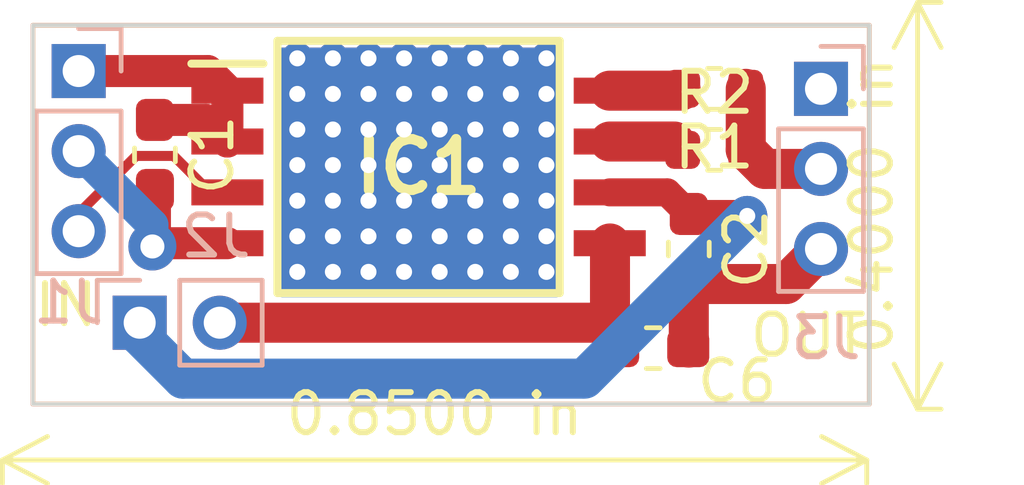
<source format=kicad_pcb>
(kicad_pcb (version 20171130) (host pcbnew "(5.1.6)-1")

  (general
    (thickness 1.6)
    (drawings 16)
    (tracks 102)
    (zones 0)
    (modules 9)
    (nets 11)
  )

  (page A4)
  (layers
    (0 F.Cu signal)
    (31 B.Cu signal)
    (32 B.Adhes user)
    (33 F.Adhes user)
    (34 B.Paste user)
    (35 F.Paste user)
    (36 B.SilkS user)
    (37 F.SilkS user)
    (38 B.Mask user)
    (39 F.Mask user)
    (40 Dwgs.User user)
    (41 Cmts.User user)
    (42 Eco1.User user)
    (43 Eco2.User user)
    (44 Edge.Cuts user)
    (45 Margin user)
    (46 B.CrtYd user)
    (47 F.CrtYd user)
    (48 B.Fab user)
    (49 F.Fab user)
  )

  (setup
    (last_trace_width 0.25)
    (trace_clearance 0.2)
    (zone_clearance 0.508)
    (zone_45_only no)
    (trace_min 0.2)
    (via_size 0.8)
    (via_drill 0.4)
    (via_min_size 0.4)
    (via_min_drill 0.3)
    (uvia_size 0.3)
    (uvia_drill 0.1)
    (uvias_allowed no)
    (uvia_min_size 0.2)
    (uvia_min_drill 0.1)
    (edge_width 0.05)
    (segment_width 0.2)
    (pcb_text_width 0.3)
    (pcb_text_size 1.5 1.5)
    (mod_edge_width 0.12)
    (mod_text_size 1 1)
    (mod_text_width 0.15)
    (pad_size 1.524 1.524)
    (pad_drill 0.762)
    (pad_to_mask_clearance 0.05)
    (aux_axis_origin 0 0)
    (visible_elements 7FFDFFFF)
    (pcbplotparams
      (layerselection 0x010fc_ffffffff)
      (usegerberextensions false)
      (usegerberattributes true)
      (usegerberadvancedattributes true)
      (creategerberjobfile true)
      (excludeedgelayer true)
      (linewidth 0.100000)
      (plotframeref false)
      (viasonmask false)
      (mode 1)
      (useauxorigin false)
      (hpglpennumber 1)
      (hpglpenspeed 20)
      (hpglpendiameter 15.000000)
      (psnegative false)
      (psa4output false)
      (plotreference true)
      (plotvalue true)
      (plotinvisibletext false)
      (padsonsilk false)
      (subtractmaskfromsilk false)
      (outputformat 1)
      (mirror false)
      (drillshape 1)
      (scaleselection 1)
      (outputdirectory ""))
  )

  (net 0 "")
  (net 1 "Net-(C1-Pad2)")
  (net 2 "Net-(C1-Pad1)")
  (net 3 "Net-(C2-Pad2)")
  (net 4 "Net-(C2-Pad1)")
  (net 5 "Net-(IC1-Pad8)")
  (net 6 "Net-(IC1-Pad7)")
  (net 7 "Net-(C6-Pad2)")
  (net 8 "Net-(J3-Pad2)")
  (net 9 "Net-(J3-Pad1)")
  (net 10 "Net-(IC1-Pad3)")

  (net_class Default "This is the default net class."
    (clearance 0.2)
    (trace_width 0.25)
    (via_dia 0.8)
    (via_drill 0.4)
    (uvia_dia 0.3)
    (uvia_drill 0.1)
    (add_net "Net-(C1-Pad1)")
    (add_net "Net-(C1-Pad2)")
    (add_net "Net-(C2-Pad1)")
    (add_net "Net-(C2-Pad2)")
    (add_net "Net-(C6-Pad2)")
    (add_net "Net-(IC1-Pad3)")
    (add_net "Net-(IC1-Pad7)")
    (add_net "Net-(IC1-Pad8)")
    (add_net "Net-(J3-Pad1)")
    (add_net "Net-(J3-Pad2)")
  )

  (module Capacitor_SMD:C_0603_1608Metric_Pad1.05x0.95mm_HandSolder (layer F.Cu) (tedit 5B301BBE) (tstamp 5F563C29)
    (at 176.53 64.77 270)
    (descr "Capacitor SMD 0603 (1608 Metric), square (rectangular) end terminal, IPC_7351 nominal with elongated pad for handsoldering. (Body size source: http://www.tortai-tech.com/upload/download/2011102023233369053.pdf), generated with kicad-footprint-generator")
    (tags "capacitor handsolder")
    (path /5F556DCA)
    (attr smd)
    (fp_text reference C1 (at 0 -1.43 90) (layer F.SilkS)
      (effects (font (size 1 1) (thickness 0.15)))
    )
    (fp_text value 100nF (at 0 1.43 90) (layer F.Fab)
      (effects (font (size 1 1) (thickness 0.15)))
    )
    (fp_line (start -0.8 0.4) (end -0.8 -0.4) (layer F.Fab) (width 0.1))
    (fp_line (start -0.8 -0.4) (end 0.8 -0.4) (layer F.Fab) (width 0.1))
    (fp_line (start 0.8 -0.4) (end 0.8 0.4) (layer F.Fab) (width 0.1))
    (fp_line (start 0.8 0.4) (end -0.8 0.4) (layer F.Fab) (width 0.1))
    (fp_line (start -0.171267 -0.51) (end 0.171267 -0.51) (layer F.SilkS) (width 0.12))
    (fp_line (start -0.171267 0.51) (end 0.171267 0.51) (layer F.SilkS) (width 0.12))
    (fp_line (start -1.65 0.73) (end -1.65 -0.73) (layer F.CrtYd) (width 0.05))
    (fp_line (start -1.65 -0.73) (end 1.65 -0.73) (layer F.CrtYd) (width 0.05))
    (fp_line (start 1.65 -0.73) (end 1.65 0.73) (layer F.CrtYd) (width 0.05))
    (fp_line (start 1.65 0.73) (end -1.65 0.73) (layer F.CrtYd) (width 0.05))
    (fp_text user %R (at 0 0 90) (layer F.Fab)
      (effects (font (size 0.4 0.4) (thickness 0.06)))
    )
    (pad 2 smd roundrect (at 0.875 0 270) (size 1.05 0.95) (layers F.Cu F.Paste F.Mask) (roundrect_rratio 0.25)
      (net 1 "Net-(C1-Pad2)"))
    (pad 1 smd roundrect (at -0.875 0 270) (size 1.05 0.95) (layers F.Cu F.Paste F.Mask) (roundrect_rratio 0.25)
      (net 2 "Net-(C1-Pad1)"))
    (model ${KISYS3DMOD}/Capacitor_SMD.3dshapes/C_0603_1608Metric.wrl
      (at (xyz 0 0 0))
      (scale (xyz 1 1 1))
      (rotate (xyz 0 0 0))
    )
  )

  (module Capacitor_SMD:C_0603_1608Metric_Pad1.05x0.95mm_HandSolder (layer F.Cu) (tedit 5B301BBE) (tstamp 5F563C3A)
    (at 189.865 67.1195 270)
    (descr "Capacitor SMD 0603 (1608 Metric), square (rectangular) end terminal, IPC_7351 nominal with elongated pad for handsoldering. (Body size source: http://www.tortai-tech.com/upload/download/2011102023233369053.pdf), generated with kicad-footprint-generator")
    (tags "capacitor handsolder")
    (path /5F551388)
    (attr smd)
    (fp_text reference C2 (at 0 -1.43 90) (layer F.SilkS)
      (effects (font (size 1 1) (thickness 0.15)))
    )
    (fp_text value 1uF (at 0 1.43 90) (layer F.Fab)
      (effects (font (size 1 1) (thickness 0.15)))
    )
    (fp_line (start 1.65 0.73) (end -1.65 0.73) (layer F.CrtYd) (width 0.05))
    (fp_line (start 1.65 -0.73) (end 1.65 0.73) (layer F.CrtYd) (width 0.05))
    (fp_line (start -1.65 -0.73) (end 1.65 -0.73) (layer F.CrtYd) (width 0.05))
    (fp_line (start -1.65 0.73) (end -1.65 -0.73) (layer F.CrtYd) (width 0.05))
    (fp_line (start -0.171267 0.51) (end 0.171267 0.51) (layer F.SilkS) (width 0.12))
    (fp_line (start -0.171267 -0.51) (end 0.171267 -0.51) (layer F.SilkS) (width 0.12))
    (fp_line (start 0.8 0.4) (end -0.8 0.4) (layer F.Fab) (width 0.1))
    (fp_line (start 0.8 -0.4) (end 0.8 0.4) (layer F.Fab) (width 0.1))
    (fp_line (start -0.8 -0.4) (end 0.8 -0.4) (layer F.Fab) (width 0.1))
    (fp_line (start -0.8 0.4) (end -0.8 -0.4) (layer F.Fab) (width 0.1))
    (fp_text user %R (at 0 0 90) (layer F.Fab)
      (effects (font (size 0.4 0.4) (thickness 0.06)))
    )
    (pad 1 smd roundrect (at -0.875 0 270) (size 1.05 0.95) (layers F.Cu F.Paste F.Mask) (roundrect_rratio 0.25)
      (net 4 "Net-(C2-Pad1)"))
    (pad 2 smd roundrect (at 0.875 0 270) (size 1.05 0.95) (layers F.Cu F.Paste F.Mask) (roundrect_rratio 0.25)
      (net 3 "Net-(C2-Pad2)"))
    (model ${KISYS3DMOD}/Capacitor_SMD.3dshapes/C_0603_1608Metric.wrl
      (at (xyz 0 0 0))
      (scale (xyz 1 1 1))
      (rotate (xyz 0 0 0))
    )
  )

  (module Capacitor_SMD:C_0603_1608Metric_Pad1.05x0.95mm_HandSolder (layer F.Cu) (tedit 5B301BBE) (tstamp 5F563C4B)
    (at 188.976 69.596 180)
    (descr "Capacitor SMD 0603 (1608 Metric), square (rectangular) end terminal, IPC_7351 nominal with elongated pad for handsoldering. (Body size source: http://www.tortai-tech.com/upload/download/2011102023233369053.pdf), generated with kicad-footprint-generator")
    (tags "capacitor handsolder")
    (path /5F551829)
    (attr smd)
    (fp_text reference C6 (at -2.0955 -0.8255 180) (layer F.SilkS)
      (effects (font (size 1 1) (thickness 0.15)))
    )
    (fp_text value 1uF (at 0 1.43 180) (layer F.Fab)
      (effects (font (size 1 1) (thickness 0.15)))
    )
    (fp_line (start 1.65 0.73) (end -1.65 0.73) (layer F.CrtYd) (width 0.05))
    (fp_line (start 1.65 -0.73) (end 1.65 0.73) (layer F.CrtYd) (width 0.05))
    (fp_line (start -1.65 -0.73) (end 1.65 -0.73) (layer F.CrtYd) (width 0.05))
    (fp_line (start -1.65 0.73) (end -1.65 -0.73) (layer F.CrtYd) (width 0.05))
    (fp_line (start -0.171267 0.51) (end 0.171267 0.51) (layer F.SilkS) (width 0.12))
    (fp_line (start -0.171267 -0.51) (end 0.171267 -0.51) (layer F.SilkS) (width 0.12))
    (fp_line (start 0.8 0.4) (end -0.8 0.4) (layer F.Fab) (width 0.1))
    (fp_line (start 0.8 -0.4) (end 0.8 0.4) (layer F.Fab) (width 0.1))
    (fp_line (start -0.8 -0.4) (end 0.8 -0.4) (layer F.Fab) (width 0.1))
    (fp_line (start -0.8 0.4) (end -0.8 -0.4) (layer F.Fab) (width 0.1))
    (fp_text user %R (at 0 0 180) (layer F.Fab)
      (effects (font (size 0.4 0.4) (thickness 0.06)))
    )
    (pad 1 smd roundrect (at -0.875 0 180) (size 1.05 0.95) (layers F.Cu F.Paste F.Mask) (roundrect_rratio 0.25)
      (net 3 "Net-(C2-Pad2)"))
    (pad 2 smd roundrect (at 0.875 0 180) (size 1.05 0.95) (layers F.Cu F.Paste F.Mask) (roundrect_rratio 0.25)
      (net 7 "Net-(C6-Pad2)"))
    (model ${KISYS3DMOD}/Capacitor_SMD.3dshapes/C_0603_1608Metric.wrl
      (at (xyz 0 0 0))
      (scale (xyz 1 1 1))
      (rotate (xyz 0 0 0))
    )
  )

  (module 1EDI60H12AHXUMA1:SOIC127P1030X265-8N (layer F.Cu) (tedit 5F53E5A8) (tstamp 5F563C65)
    (at 183.115001 65.070001)
    (descr 1EDI60H12AHXUMA1-1)
    (tags "Integrated Circuit")
    (path /5F54F7F9)
    (attr smd)
    (fp_text reference IC1 (at 0 0) (layer F.SilkS)
      (effects (font (size 1.27 1.27) (thickness 0.254)))
    )
    (fp_text value 1EDI60H12AHXUMA1 (at 0 0) (layer F.SilkS) hide
      (effects (font (size 1.27 1.27) (thickness 0.254)))
    )
    (fp_line (start -5.925 -3.45) (end 5.925 -3.45) (layer Dwgs.User) (width 0.05))
    (fp_line (start 5.925 -3.45) (end 5.925 3.45) (layer Dwgs.User) (width 0.05))
    (fp_line (start 5.925 3.45) (end -5.925 3.45) (layer Dwgs.User) (width 0.05))
    (fp_line (start -5.925 3.45) (end -5.925 -3.45) (layer Dwgs.User) (width 0.05))
    (fp_line (start -3.75 -3.15) (end 3.75 -3.15) (layer Dwgs.User) (width 0.1))
    (fp_line (start 3.75 -3.15) (end 3.75 3.15) (layer Dwgs.User) (width 0.1))
    (fp_line (start 3.75 3.15) (end -3.75 3.15) (layer Dwgs.User) (width 0.1))
    (fp_line (start -3.75 3.15) (end -3.75 -3.15) (layer Dwgs.User) (width 0.1))
    (fp_line (start -3.75 -1.88) (end -2.48 -3.15) (layer Dwgs.User) (width 0.1))
    (fp_line (start -3.525 -3.15) (end 3.525 -3.15) (layer F.SilkS) (width 0.2))
    (fp_line (start 3.525 -3.15) (end 3.525 3.15) (layer F.SilkS) (width 0.2))
    (fp_line (start 3.525 3.15) (end -3.525 3.15) (layer F.SilkS) (width 0.2))
    (fp_line (start -3.525 3.15) (end -3.525 -3.15) (layer F.SilkS) (width 0.2))
    (fp_line (start -5.675 -2.58) (end -3.875 -2.58) (layer F.SilkS) (width 0.2))
    (pad 1 smd rect (at -4.775 -1.905 90) (size 0.65 1.8) (layers F.Cu F.Paste F.Mask)
      (net 2 "Net-(C1-Pad1)"))
    (pad 2 smd rect (at -4.775 -0.635 90) (size 0.65 1.8) (layers F.Cu F.Paste F.Mask)
      (net 2 "Net-(C1-Pad1)"))
    (pad 3 smd rect (at -4.775 0.635 90) (size 0.65 1.8) (layers F.Cu F.Paste F.Mask)
      (net 10 "Net-(IC1-Pad3)"))
    (pad 4 smd rect (at -4.775 1.905 90) (size 0.65 1.8) (layers F.Cu F.Paste F.Mask)
      (net 1 "Net-(C1-Pad2)"))
    (pad 5 smd rect (at 4.775 1.905 90) (size 0.65 1.8) (layers F.Cu F.Paste F.Mask)
      (net 7 "Net-(C6-Pad2)"))
    (pad 6 smd rect (at 4.775 0.635 90) (size 0.65 1.8) (layers F.Cu F.Paste F.Mask)
      (net 4 "Net-(C2-Pad1)"))
    (pad 7 smd rect (at 4.775 -0.635 90) (size 0.65 1.8) (layers F.Cu F.Paste F.Mask)
      (net 6 "Net-(IC1-Pad7)"))
    (pad 8 smd rect (at 4.775 -1.905 90) (size 0.65 1.8) (layers F.Cu F.Paste F.Mask)
      (net 5 "Net-(IC1-Pad8)"))
    (model "C:/Users/xoonz/OneDrive - Universitetet i Agder/Align/ECAD/Folders/LIB_1EDI60H12AHXUMA1/1EDI60H12AHXUMA1/3D/1EDI60H12AHXUMA1.stp"
      (at (xyz 0 0 0))
      (scale (xyz 1 1 1))
      (rotate (xyz 0 0 0))
    )
  )

  (module Connector_PinHeader_2.00mm:PinHeader_1x03_P2.00mm_Vertical (layer B.Cu) (tedit 59FED667) (tstamp 5F563C7C)
    (at 174.625 62.6745 180)
    (descr "Through hole straight pin header, 1x03, 2.00mm pitch, single row")
    (tags "Through hole pin header THT 1x03 2.00mm single row")
    (path /5F5835FB)
    (fp_text reference J1 (at 0.254 -5.7785) (layer B.SilkS)
      (effects (font (size 1 1) (thickness 0.15)) (justify mirror))
    )
    (fp_text value Logic_IN (at 0 -6.06) (layer B.Fab)
      (effects (font (size 1 1) (thickness 0.15)) (justify mirror))
    )
    (fp_line (start -0.5 1) (end 1 1) (layer B.Fab) (width 0.1))
    (fp_line (start 1 1) (end 1 -5) (layer B.Fab) (width 0.1))
    (fp_line (start 1 -5) (end -1 -5) (layer B.Fab) (width 0.1))
    (fp_line (start -1 -5) (end -1 0.5) (layer B.Fab) (width 0.1))
    (fp_line (start -1 0.5) (end -0.5 1) (layer B.Fab) (width 0.1))
    (fp_line (start -1.06 -5.06) (end 1.06 -5.06) (layer B.SilkS) (width 0.12))
    (fp_line (start -1.06 -1) (end -1.06 -5.06) (layer B.SilkS) (width 0.12))
    (fp_line (start 1.06 -1) (end 1.06 -5.06) (layer B.SilkS) (width 0.12))
    (fp_line (start -1.06 -1) (end 1.06 -1) (layer B.SilkS) (width 0.12))
    (fp_line (start -1.06 0) (end -1.06 1.06) (layer B.SilkS) (width 0.12))
    (fp_line (start -1.06 1.06) (end 0 1.06) (layer B.SilkS) (width 0.12))
    (fp_line (start -1.5 1.5) (end -1.5 -5.5) (layer B.CrtYd) (width 0.05))
    (fp_line (start -1.5 -5.5) (end 1.5 -5.5) (layer B.CrtYd) (width 0.05))
    (fp_line (start 1.5 -5.5) (end 1.5 1.5) (layer B.CrtYd) (width 0.05))
    (fp_line (start 1.5 1.5) (end -1.5 1.5) (layer B.CrtYd) (width 0.05))
    (fp_text user %R (at 0 -2 270) (layer B.Fab)
      (effects (font (size 1 1) (thickness 0.15)) (justify mirror))
    )
    (pad 3 thru_hole oval (at 0 -4 180) (size 1.35 1.35) (drill 0.8) (layers *.Cu *.Mask)
      (net 10 "Net-(IC1-Pad3)"))
    (pad 2 thru_hole oval (at 0 -2 180) (size 1.35 1.35) (drill 0.8) (layers *.Cu *.Mask)
      (net 1 "Net-(C1-Pad2)"))
    (pad 1 thru_hole rect (at 0 0 180) (size 1.35 1.35) (drill 0.8) (layers *.Cu *.Mask)
      (net 2 "Net-(C1-Pad1)"))
    (model ${KISYS3DMOD}/Connector_PinHeader_2.00mm.3dshapes/PinHeader_1x03_P2.00mm_Vertical.wrl
      (at (xyz 0 0 0))
      (scale (xyz 1 1 1))
      (rotate (xyz 0 0 0))
    )
  )

  (module Connector_PinHeader_2.00mm:PinHeader_1x02_P2.00mm_Vertical (layer B.Cu) (tedit 59FED667) (tstamp 5F563C92)
    (at 176.149 68.961 270)
    (descr "Through hole straight pin header, 1x02, 2.00mm pitch, single row")
    (tags "Through hole pin header THT 1x02 2.00mm single row")
    (path /5F584A40)
    (fp_text reference J2 (at -2.159 -1.905) (layer B.SilkS)
      (effects (font (size 1 1) (thickness 0.15)) (justify mirror))
    )
    (fp_text value Drive_IN (at 0 -4.06 270) (layer B.Fab)
      (effects (font (size 1 1) (thickness 0.15)) (justify mirror))
    )
    (fp_line (start 1.5 1.5) (end -1.5 1.5) (layer B.CrtYd) (width 0.05))
    (fp_line (start 1.5 -3.5) (end 1.5 1.5) (layer B.CrtYd) (width 0.05))
    (fp_line (start -1.5 -3.5) (end 1.5 -3.5) (layer B.CrtYd) (width 0.05))
    (fp_line (start -1.5 1.5) (end -1.5 -3.5) (layer B.CrtYd) (width 0.05))
    (fp_line (start -1.06 1.06) (end 0 1.06) (layer B.SilkS) (width 0.12))
    (fp_line (start -1.06 0) (end -1.06 1.06) (layer B.SilkS) (width 0.12))
    (fp_line (start -1.06 -1) (end 1.06 -1) (layer B.SilkS) (width 0.12))
    (fp_line (start 1.06 -1) (end 1.06 -3.06) (layer B.SilkS) (width 0.12))
    (fp_line (start -1.06 -1) (end -1.06 -3.06) (layer B.SilkS) (width 0.12))
    (fp_line (start -1.06 -3.06) (end 1.06 -3.06) (layer B.SilkS) (width 0.12))
    (fp_line (start -1 0.5) (end -0.5 1) (layer B.Fab) (width 0.1))
    (fp_line (start -1 -3) (end -1 0.5) (layer B.Fab) (width 0.1))
    (fp_line (start 1 -3) (end -1 -3) (layer B.Fab) (width 0.1))
    (fp_line (start 1 1) (end 1 -3) (layer B.Fab) (width 0.1))
    (fp_line (start -0.5 1) (end 1 1) (layer B.Fab) (width 0.1))
    (fp_text user %R (at 0 -1) (layer B.Fab)
      (effects (font (size 1 1) (thickness 0.15)) (justify mirror))
    )
    (pad 1 thru_hole rect (at 0 0 270) (size 1.35 1.35) (drill 0.8) (layers *.Cu *.Mask)
      (net 4 "Net-(C2-Pad1)"))
    (pad 2 thru_hole oval (at 0 -2 270) (size 1.35 1.35) (drill 0.8) (layers *.Cu *.Mask)
      (net 7 "Net-(C6-Pad2)"))
    (model ${KISYS3DMOD}/Connector_PinHeader_2.00mm.3dshapes/PinHeader_1x02_P2.00mm_Vertical.wrl
      (at (xyz 0 0 0))
      (scale (xyz 1 1 1))
      (rotate (xyz 0 0 0))
    )
  )

  (module Connector_PinHeader_2.00mm:PinHeader_1x03_P2.00mm_Vertical (layer B.Cu) (tedit 59FED667) (tstamp 5F563CA9)
    (at 193.167 63.119 180)
    (descr "Through hole straight pin header, 1x03, 2.00mm pitch, single row")
    (tags "Through hole pin header THT 1x03 2.00mm single row")
    (path /5F57D122)
    (fp_text reference J3 (at -0.127 -6.223) (layer B.SilkS)
      (effects (font (size 1 1) (thickness 0.15)) (justify mirror))
    )
    (fp_text value Drive_OUT (at 0 -6.06) (layer B.Fab)
      (effects (font (size 1 1) (thickness 0.15)) (justify mirror))
    )
    (fp_line (start 1.5 1.5) (end -1.5 1.5) (layer B.CrtYd) (width 0.05))
    (fp_line (start 1.5 -5.5) (end 1.5 1.5) (layer B.CrtYd) (width 0.05))
    (fp_line (start -1.5 -5.5) (end 1.5 -5.5) (layer B.CrtYd) (width 0.05))
    (fp_line (start -1.5 1.5) (end -1.5 -5.5) (layer B.CrtYd) (width 0.05))
    (fp_line (start -1.06 1.06) (end 0 1.06) (layer B.SilkS) (width 0.12))
    (fp_line (start -1.06 0) (end -1.06 1.06) (layer B.SilkS) (width 0.12))
    (fp_line (start -1.06 -1) (end 1.06 -1) (layer B.SilkS) (width 0.12))
    (fp_line (start 1.06 -1) (end 1.06 -5.06) (layer B.SilkS) (width 0.12))
    (fp_line (start -1.06 -1) (end -1.06 -5.06) (layer B.SilkS) (width 0.12))
    (fp_line (start -1.06 -5.06) (end 1.06 -5.06) (layer B.SilkS) (width 0.12))
    (fp_line (start -1 0.5) (end -0.5 1) (layer B.Fab) (width 0.1))
    (fp_line (start -1 -5) (end -1 0.5) (layer B.Fab) (width 0.1))
    (fp_line (start 1 -5) (end -1 -5) (layer B.Fab) (width 0.1))
    (fp_line (start 1 1) (end 1 -5) (layer B.Fab) (width 0.1))
    (fp_line (start -0.5 1) (end 1 1) (layer B.Fab) (width 0.1))
    (fp_text user %R (at 0 -2 270) (layer B.Fab)
      (effects (font (size 1 1) (thickness 0.15)) (justify mirror))
    )
    (pad 1 thru_hole rect (at 0 0 180) (size 1.35 1.35) (drill 0.8) (layers *.Cu *.Mask)
      (net 9 "Net-(J3-Pad1)"))
    (pad 2 thru_hole oval (at 0 -2 180) (size 1.35 1.35) (drill 0.8) (layers *.Cu *.Mask)
      (net 8 "Net-(J3-Pad2)"))
    (pad 3 thru_hole oval (at 0 -4 180) (size 1.35 1.35) (drill 0.8) (layers *.Cu *.Mask)
      (net 3 "Net-(C2-Pad2)"))
    (model ${KISYS3DMOD}/Connector_PinHeader_2.00mm.3dshapes/PinHeader_1x03_P2.00mm_Vertical.wrl
      (at (xyz 0 0 0))
      (scale (xyz 1 1 1))
      (rotate (xyz 0 0 0))
    )
  )

  (module Resistor_SMD:R_0603_1608Metric (layer F.Cu) (tedit 5B301BBD) (tstamp 5F564BBA)
    (at 190.5 63.119 180)
    (descr "Resistor SMD 0603 (1608 Metric), square (rectangular) end terminal, IPC_7351 nominal, (Body size source: http://www.tortai-tech.com/upload/download/2011102023233369053.pdf), generated with kicad-footprint-generator")
    (tags resistor)
    (path /5F55026D)
    (attr smd)
    (fp_text reference R1 (at 0 -1.4605) (layer F.SilkS)
      (effects (font (size 1 1) (thickness 0.15)))
    )
    (fp_text value 10R (at 0 1.43) (layer F.Fab)
      (effects (font (size 1 1) (thickness 0.15)))
    )
    (fp_line (start 1.48 0.73) (end -1.48 0.73) (layer F.CrtYd) (width 0.05))
    (fp_line (start 1.48 -0.73) (end 1.48 0.73) (layer F.CrtYd) (width 0.05))
    (fp_line (start -1.48 -0.73) (end 1.48 -0.73) (layer F.CrtYd) (width 0.05))
    (fp_line (start -1.48 0.73) (end -1.48 -0.73) (layer F.CrtYd) (width 0.05))
    (fp_line (start -0.162779 0.51) (end 0.162779 0.51) (layer F.SilkS) (width 0.12))
    (fp_line (start -0.162779 -0.51) (end 0.162779 -0.51) (layer F.SilkS) (width 0.12))
    (fp_line (start 0.8 0.4) (end -0.8 0.4) (layer F.Fab) (width 0.1))
    (fp_line (start 0.8 -0.4) (end 0.8 0.4) (layer F.Fab) (width 0.1))
    (fp_line (start -0.8 -0.4) (end 0.8 -0.4) (layer F.Fab) (width 0.1))
    (fp_line (start -0.8 0.4) (end -0.8 -0.4) (layer F.Fab) (width 0.1))
    (fp_text user %R (at 0 0) (layer F.Fab)
      (effects (font (size 0.4 0.4) (thickness 0.06)))
    )
    (pad 1 smd roundrect (at -0.7875 0 180) (size 0.875 0.95) (layers F.Cu F.Paste F.Mask) (roundrect_rratio 0.25)
      (net 8 "Net-(J3-Pad2)"))
    (pad 2 smd roundrect (at 0.7875 0 180) (size 0.875 0.95) (layers F.Cu F.Paste F.Mask) (roundrect_rratio 0.25)
      (net 5 "Net-(IC1-Pad8)"))
    (model ${KISYS3DMOD}/Resistor_SMD.3dshapes/R_0603_1608Metric.wrl
      (at (xyz 0 0 0))
      (scale (xyz 1 1 1))
      (rotate (xyz 0 0 0))
    )
  )

  (module Resistor_SMD:R_0603_1608Metric (layer F.Cu) (tedit 5B301BBD) (tstamp 5F563CCB)
    (at 190.5 64.643)
    (descr "Resistor SMD 0603 (1608 Metric), square (rectangular) end terminal, IPC_7351 nominal, (Body size source: http://www.tortai-tech.com/upload/download/2011102023233369053.pdf), generated with kicad-footprint-generator")
    (tags resistor)
    (path /5F550C03)
    (attr smd)
    (fp_text reference R2 (at 0 -1.43) (layer F.SilkS)
      (effects (font (size 1 1) (thickness 0.15)))
    )
    (fp_text value 3R3 (at 0 1.43) (layer F.Fab)
      (effects (font (size 1 1) (thickness 0.15)))
    )
    (fp_line (start -0.8 0.4) (end -0.8 -0.4) (layer F.Fab) (width 0.1))
    (fp_line (start -0.8 -0.4) (end 0.8 -0.4) (layer F.Fab) (width 0.1))
    (fp_line (start 0.8 -0.4) (end 0.8 0.4) (layer F.Fab) (width 0.1))
    (fp_line (start 0.8 0.4) (end -0.8 0.4) (layer F.Fab) (width 0.1))
    (fp_line (start -0.162779 -0.51) (end 0.162779 -0.51) (layer F.SilkS) (width 0.12))
    (fp_line (start -0.162779 0.51) (end 0.162779 0.51) (layer F.SilkS) (width 0.12))
    (fp_line (start -1.48 0.73) (end -1.48 -0.73) (layer F.CrtYd) (width 0.05))
    (fp_line (start -1.48 -0.73) (end 1.48 -0.73) (layer F.CrtYd) (width 0.05))
    (fp_line (start 1.48 -0.73) (end 1.48 0.73) (layer F.CrtYd) (width 0.05))
    (fp_line (start 1.48 0.73) (end -1.48 0.73) (layer F.CrtYd) (width 0.05))
    (fp_text user %R (at 0 0) (layer F.Fab)
      (effects (font (size 0.4 0.4) (thickness 0.06)))
    )
    (pad 2 smd roundrect (at 0.7875 0) (size 0.875 0.95) (layers F.Cu F.Paste F.Mask) (roundrect_rratio 0.25)
      (net 8 "Net-(J3-Pad2)"))
    (pad 1 smd roundrect (at -0.7875 0) (size 0.875 0.95) (layers F.Cu F.Paste F.Mask) (roundrect_rratio 0.25)
      (net 6 "Net-(IC1-Pad7)"))
    (model ${KISYS3DMOD}/Resistor_SMD.3dshapes/R_0603_1608Metric.wrl
      (at (xyz 0 0 0))
      (scale (xyz 1 1 1))
      (rotate (xyz 0 0 0))
    )
  )

  (dimension 21.59 (width 0.12) (layer F.SilkS)
    (gr_text "21,590 mm" (at 183.515 73.66) (layer F.SilkS)
      (effects (font (size 1 1) (thickness 0.15)))
    )
    (feature1 (pts (xy 194.31 72.39) (xy 194.31 72.976421)))
    (feature2 (pts (xy 172.72 72.39) (xy 172.72 72.976421)))
    (crossbar (pts (xy 172.72 72.39) (xy 194.31 72.39)))
    (arrow1a (pts (xy 194.31 72.39) (xy 193.183496 72.976421)))
    (arrow1b (pts (xy 194.31 72.39) (xy 193.183496 71.803579)))
    (arrow2a (pts (xy 172.72 72.39) (xy 173.846504 72.976421)))
    (arrow2b (pts (xy 172.72 72.39) (xy 173.846504 71.803579)))
  )
  (dimension 10.16 (width 0.12) (layer F.SilkS)
    (gr_text "10,160 mm" (at 196.85 66.04 90) (layer F.SilkS)
      (effects (font (size 1 1) (thickness 0.15)))
    )
    (feature1 (pts (xy 195.58 60.96) (xy 196.166421 60.96)))
    (feature2 (pts (xy 195.58 71.12) (xy 196.166421 71.12)))
    (crossbar (pts (xy 195.58 71.12) (xy 195.58 60.96)))
    (arrow1a (pts (xy 195.58 60.96) (xy 196.166421 62.086504)))
    (arrow1b (pts (xy 195.58 60.96) (xy 194.993579 62.086504)))
    (arrow2a (pts (xy 195.58 71.12) (xy 196.166421 69.993496)))
    (arrow2b (pts (xy 195.58 71.12) (xy 194.993579 69.993496)))
  )
  (gr_line (start 173.482 70.993) (end 173.482 61.5315) (layer B.SilkS) (width 0.12) (tstamp 5F5655CB))
  (gr_line (start 194.3735 70.993) (end 173.482 70.993) (layer B.SilkS) (width 0.12))
  (gr_line (start 194.3735 61.5315) (end 194.3735 70.993) (layer B.SilkS) (width 0.12))
  (gr_line (start 173.482 61.5315) (end 194.3735 61.5315) (layer B.SilkS) (width 0.12))
  (gr_text OUT (at 192.8495 69.2785) (layer F.SilkS)
    (effects (font (size 1 1) (thickness 0.15)))
  )
  (gr_text IN (at 174.3075 68.5165) (layer F.SilkS)
    (effects (font (size 1 1) (thickness 0.15)))
  )
  (gr_line (start 173.482 70.993) (end 173.482 61.5315) (layer F.SilkS) (width 0.12) (tstamp 5F565550))
  (gr_line (start 194.3735 70.993) (end 173.482 70.993) (layer F.SilkS) (width 0.12))
  (gr_line (start 194.3735 61.5315) (end 194.3735 70.993) (layer F.SilkS) (width 0.12))
  (gr_line (start 173.482 61.5315) (end 194.3735 61.5315) (layer F.SilkS) (width 0.12))
  (gr_line (start 194.3735 61.5315) (end 194.3735 70.993) (layer Edge.Cuts) (width 0.1))
  (gr_line (start 173.482 61.5315) (end 194.3735 61.5315) (layer Edge.Cuts) (width 0.1))
  (gr_line (start 173.482 70.993) (end 173.482 61.5315) (layer Edge.Cuts) (width 0.1))
  (gr_line (start 194.3735 70.993) (end 173.482 70.993) (layer Edge.Cuts) (width 0.1))

  (via (at 180.086 67.691) (size 0.8) (drill 0.4) (layers F.Cu B.Cu) (net 0))
  (via (at 180.086 66.802) (size 0.8) (drill 0.4) (layers F.Cu B.Cu) (net 0))
  (via (at 180.086 65.913) (size 0.8) (drill 0.4) (layers F.Cu B.Cu) (net 0))
  (via (at 180.086 65.024) (size 0.8) (drill 0.4) (layers F.Cu B.Cu) (net 0))
  (via (at 180.086 64.135) (size 0.8) (drill 0.4) (layers F.Cu B.Cu) (net 0))
  (via (at 180.086 63.246) (size 0.8) (drill 0.4) (layers F.Cu B.Cu) (net 0))
  (via (at 180.086 62.357) (size 0.8) (drill 0.4) (layers F.Cu B.Cu) (net 0))
  (via (at 180.975 62.357) (size 0.8) (drill 0.4) (layers F.Cu B.Cu) (net 0))
  (via (at 181.864 62.357) (size 0.8) (drill 0.4) (layers F.Cu B.Cu) (net 0))
  (via (at 180.975 63.246) (size 0.8) (drill 0.4) (layers F.Cu B.Cu) (net 0))
  (via (at 180.975 64.135) (size 0.8) (drill 0.4) (layers F.Cu B.Cu) (net 0))
  (via (at 180.975 65.024) (size 0.8) (drill 0.4) (layers F.Cu B.Cu) (net 0))
  (via (at 180.975 65.913) (size 0.8) (drill 0.4) (layers F.Cu B.Cu) (net 0))
  (via (at 180.975 66.802) (size 0.8) (drill 0.4) (layers F.Cu B.Cu) (net 0))
  (via (at 180.975 67.691) (size 0.8) (drill 0.4) (layers F.Cu B.Cu) (net 0))
  (via (at 181.864 67.691) (size 0.8) (drill 0.4) (layers F.Cu B.Cu) (net 0))
  (via (at 181.864 66.802) (size 0.8) (drill 0.4) (layers F.Cu B.Cu) (net 0))
  (via (at 181.864 65.913) (size 0.8) (drill 0.4) (layers F.Cu B.Cu) (net 0))
  (via (at 181.864 65.024) (size 0.8) (drill 0.4) (layers F.Cu B.Cu) (net 0))
  (via (at 181.864 64.135) (size 0.8) (drill 0.4) (layers F.Cu B.Cu) (net 0))
  (via (at 181.864 63.246) (size 0.8) (drill 0.4) (layers F.Cu B.Cu) (net 0))
  (via (at 182.753 62.357) (size 0.8) (drill 0.4) (layers F.Cu B.Cu) (net 0))
  (via (at 182.753 63.246) (size 0.8) (drill 0.4) (layers F.Cu B.Cu) (net 0))
  (via (at 182.753 64.135) (size 0.8) (drill 0.4) (layers F.Cu B.Cu) (net 0))
  (via (at 182.753 65.024) (size 0.8) (drill 0.4) (layers F.Cu B.Cu) (net 0))
  (via (at 182.753 65.913) (size 0.8) (drill 0.4) (layers F.Cu B.Cu) (net 0))
  (via (at 182.753 66.802) (size 0.8) (drill 0.4) (layers F.Cu B.Cu) (net 0))
  (via (at 182.753 67.691) (size 0.8) (drill 0.4) (layers F.Cu B.Cu) (net 0))
  (via (at 183.642 62.357) (size 0.8) (drill 0.4) (layers F.Cu B.Cu) (net 0))
  (via (at 183.642 63.246) (size 0.8) (drill 0.4) (layers F.Cu B.Cu) (net 0))
  (via (at 183.642 64.135) (size 0.8) (drill 0.4) (layers F.Cu B.Cu) (net 0))
  (via (at 183.642 65.024) (size 0.8) (drill 0.4) (layers F.Cu B.Cu) (net 0))
  (via (at 183.642 65.913) (size 0.8) (drill 0.4) (layers F.Cu B.Cu) (net 0))
  (via (at 183.642 66.802) (size 0.8) (drill 0.4) (layers F.Cu B.Cu) (net 0))
  (via (at 183.642 67.691) (size 0.8) (drill 0.4) (layers F.Cu B.Cu) (net 0))
  (via (at 184.531 62.357) (size 0.8) (drill 0.4) (layers F.Cu B.Cu) (net 0))
  (via (at 184.531 63.246) (size 0.8) (drill 0.4) (layers F.Cu B.Cu) (net 0))
  (via (at 184.531 64.135) (size 0.8) (drill 0.4) (layers F.Cu B.Cu) (net 0))
  (via (at 184.531 65.024) (size 0.8) (drill 0.4) (layers F.Cu B.Cu) (net 0))
  (via (at 184.531 65.913) (size 0.8) (drill 0.4) (layers F.Cu B.Cu) (net 0))
  (via (at 184.531 66.802) (size 0.8) (drill 0.4) (layers F.Cu B.Cu) (net 0))
  (via (at 184.531 67.691) (size 0.8) (drill 0.4) (layers F.Cu B.Cu) (net 0))
  (via (at 185.42 62.357) (size 0.8) (drill 0.4) (layers F.Cu B.Cu) (net 0))
  (via (at 185.42 63.246) (size 0.8) (drill 0.4) (layers F.Cu B.Cu) (net 0))
  (via (at 185.42 64.135) (size 0.8) (drill 0.4) (layers F.Cu B.Cu) (net 0))
  (via (at 185.42 65.024) (size 0.8) (drill 0.4) (layers F.Cu B.Cu) (net 0))
  (via (at 185.42 65.913) (size 0.8) (drill 0.4) (layers F.Cu B.Cu) (net 0))
  (via (at 185.42 66.802) (size 0.8) (drill 0.4) (layers F.Cu B.Cu) (net 0))
  (via (at 185.42 67.691) (size 0.8) (drill 0.4) (layers F.Cu B.Cu) (net 0))
  (via (at 186.309 62.357) (size 0.8) (drill 0.4) (layers F.Cu B.Cu) (net 0))
  (via (at 186.309 63.246) (size 0.8) (drill 0.4) (layers F.Cu B.Cu) (net 0))
  (via (at 186.309 64.135) (size 0.8) (drill 0.4) (layers F.Cu B.Cu) (net 0))
  (via (at 186.309 65.024) (size 0.8) (drill 0.4) (layers F.Cu B.Cu) (net 0))
  (via (at 186.309 65.913) (size 0.8) (drill 0.4) (layers F.Cu B.Cu) (net 0))
  (via (at 186.309 66.802) (size 0.8) (drill 0.4) (layers F.Cu B.Cu) (net 0))
  (via (at 186.309 67.691) (size 0.8) (drill 0.4) (layers F.Cu B.Cu) (net 0))
  (via (at 176.4665 67.056) (size 1.2) (drill 0.6) (layers F.Cu B.Cu) (net 1))
  (segment (start 176.547499 66.975001) (end 176.4665 67.056) (width 0.25) (layer F.Cu) (net 1))
  (segment (start 178.340001 66.975001) (end 176.547499 66.975001) (width 0.8) (layer F.Cu) (net 1))
  (segment (start 176.53 66.9925) (end 176.4665 67.056) (width 0.25) (layer F.Cu) (net 1))
  (segment (start 176.53 65.645) (end 176.53 66.9925) (width 0.8) (layer F.Cu) (net 1))
  (segment (start 176.4665 66.516) (end 176.4665 67.056) (width 0.8) (layer B.Cu) (net 1))
  (segment (start 174.625 64.6745) (end 176.4665 66.516) (width 0.8) (layer B.Cu) (net 1))
  (segment (start 177.8495 62.6745) (end 178.340001 63.165001) (width 0.8) (layer F.Cu) (net 2))
  (segment (start 174.625 62.6745) (end 177.8495 62.6745) (width 0.8) (layer F.Cu) (net 2))
  (segment (start 177.8 63.895) (end 178.340001 64.435001) (width 0.8) (layer F.Cu) (net 2))
  (segment (start 176.53 63.895) (end 177.8 63.895) (width 0.8) (layer F.Cu) (net 2))
  (segment (start 178.340001 64.435001) (end 178.340001 63.165001) (width 0.8) (layer F.Cu) (net 2))
  (segment (start 192.2915 67.9945) (end 193.167 67.119) (width 1) (layer F.Cu) (net 3))
  (segment (start 189.865 67.9945) (end 192.2915 67.9945) (width 1) (layer F.Cu) (net 3))
  (segment (start 189.865 69.582) (end 189.851 69.596) (width 0.25) (layer F.Cu) (net 3))
  (segment (start 189.865 67.9945) (end 189.865 69.582) (width 1) (layer F.Cu) (net 3))
  (segment (start 189.325501 65.705001) (end 189.865 66.2445) (width 0.7) (layer F.Cu) (net 4))
  (segment (start 187.890001 65.705001) (end 189.325501 65.705001) (width 0.7) (layer F.Cu) (net 4))
  (segment (start 189.865 66.2445) (end 191.276 66.2445) (width 0.7) (layer F.Cu) (net 4))
  (segment (start 191.276 66.2445) (end 191.3255 66.294) (width 0.25) (layer F.Cu) (net 4))
  (segment (start 191.3255 66.294) (end 191.3255 66.294) (width 0.25) (layer F.Cu) (net 4) (tstamp 5F564FB6))
  (via (at 191.3255 66.294) (size 1) (drill 0.4) (layers F.Cu B.Cu) (net 4))
  (segment (start 176.149 69.2785) (end 177.2285 70.358) (width 1) (layer B.Cu) (net 4))
  (segment (start 176.149 68.961) (end 176.149 69.2785) (width 1) (layer B.Cu) (net 4))
  (segment (start 187.2615 70.358) (end 187.198 70.358) (width 0.25) (layer B.Cu) (net 4))
  (segment (start 191.3255 66.294) (end 187.2615 70.358) (width 1) (layer B.Cu) (net 4))
  (segment (start 177.2285 70.358) (end 187.198 70.358) (width 1) (layer B.Cu) (net 4))
  (segment (start 189.729999 63.165001) (end 189.8395 63.0555) (width 0.25) (layer F.Cu) (net 5))
  (segment (start 189.666499 63.165001) (end 189.7125 63.119) (width 0.25) (layer F.Cu) (net 5))
  (segment (start 187.890001 63.165001) (end 189.666499 63.165001) (width 1) (layer F.Cu) (net 5))
  (segment (start 189.695001 64.435001) (end 189.8395 64.5795) (width 0.25) (layer F.Cu) (net 6))
  (segment (start 189.504501 64.435001) (end 189.7125 64.643) (width 0.25) (layer F.Cu) (net 6))
  (segment (start 187.890001 64.435001) (end 189.504501 64.435001) (width 1) (layer F.Cu) (net 6))
  (segment (start 187.8965 66.9815) (end 187.890001 66.975001) (width 0.25) (layer F.Cu) (net 7))
  (segment (start 178.149 68.961) (end 187.8965 68.961) (width 1) (layer F.Cu) (net 7))
  (segment (start 187.8965 68.961) (end 187.8965 66.9815) (width 1) (layer F.Cu) (net 7))
  (segment (start 188.101 69.1655) (end 187.8965 68.961) (width 1) (layer F.Cu) (net 7))
  (segment (start 188.101 69.596) (end 188.101 69.1655) (width 1) (layer F.Cu) (net 7))
  (segment (start 191.2875 63.119) (end 191.2875 64.643) (width 1) (layer F.Cu) (net 8))
  (segment (start 191.7635 65.119) (end 191.2875 64.643) (width 1) (layer F.Cu) (net 8))
  (segment (start 193.167 65.119) (end 191.7635 65.119) (width 1) (layer F.Cu) (net 8))
  (segment (start 176.0595 64.79499) (end 174.625 66.22949) (width 0.25) (layer F.Cu) (net 10))
  (segment (start 177.0005 64.79499) (end 176.0595 64.79499) (width 0.25) (layer F.Cu) (net 10))
  (segment (start 174.625 66.22949) (end 174.625 66.6745) (width 0.25) (layer F.Cu) (net 10))
  (segment (start 177.910511 65.705001) (end 177.0005 64.79499) (width 0.25) (layer F.Cu) (net 10))
  (segment (start 178.340001 65.705001) (end 177.910511 65.705001) (width 0.25) (layer F.Cu) (net 10))

  (zone (net 0) (net_name "") (layer F.Cu) (tstamp 0) (hatch edge 0.508)
    (connect_pads yes (clearance 0.508))
    (min_thickness 0.254)
    (fill yes (arc_segments 32) (thermal_gap 0.508) (thermal_bridge_width 0.508))
    (polygon
      (pts
        (xy 186.69 68.199) (xy 179.578 68.199) (xy 179.578 61.722) (xy 186.69 61.722)
      )
    )
    (filled_polygon
      (pts
        (xy 186.563 62.368969) (xy 186.538816 62.388816) (xy 186.459464 62.485507) (xy 186.400499 62.595821) (xy 186.364189 62.715519)
        (xy 186.351929 62.840001) (xy 186.351929 63.490001) (xy 186.364189 63.614483) (xy 186.400499 63.734181) (xy 186.435681 63.800001)
        (xy 186.400499 63.865821) (xy 186.364189 63.985519) (xy 186.351929 64.110001) (xy 186.351929 64.760001) (xy 186.364189 64.884483)
        (xy 186.400499 65.004181) (xy 186.435681 65.070001) (xy 186.400499 65.135821) (xy 186.364189 65.255519) (xy 186.351929 65.380001)
        (xy 186.351929 66.030001) (xy 186.364189 66.154483) (xy 186.400499 66.274181) (xy 186.435681 66.340001) (xy 186.400499 66.405821)
        (xy 186.364189 66.525519) (xy 186.351929 66.650001) (xy 186.351929 67.300001) (xy 186.364189 67.424483) (xy 186.400499 67.544181)
        (xy 186.459464 67.654495) (xy 186.538816 67.751186) (xy 186.563 67.771033) (xy 186.563 67.826) (xy 179.705 67.826)
        (xy 179.705 67.734354) (xy 179.770538 67.654495) (xy 179.829503 67.544181) (xy 179.865813 67.424483) (xy 179.878073 67.300001)
        (xy 179.878073 66.650001) (xy 179.865813 66.525519) (xy 179.829503 66.405821) (xy 179.794321 66.340001) (xy 179.829503 66.274181)
        (xy 179.865813 66.154483) (xy 179.878073 66.030001) (xy 179.878073 65.380001) (xy 179.865813 65.255519) (xy 179.829503 65.135821)
        (xy 179.794321 65.070001) (xy 179.829503 65.004181) (xy 179.865813 64.884483) (xy 179.878073 64.760001) (xy 179.878073 64.110001)
        (xy 179.865813 63.985519) (xy 179.829503 63.865821) (xy 179.794321 63.800001) (xy 179.829503 63.734181) (xy 179.865813 63.614483)
        (xy 179.878073 63.490001) (xy 179.878073 62.840001) (xy 179.865813 62.715519) (xy 179.829503 62.595821) (xy 179.770538 62.485507)
        (xy 179.705 62.405648) (xy 179.705 62.2165) (xy 186.563 62.2165)
      )
    )
  )
  (zone (net 0) (net_name "") (layer B.Cu) (tstamp 0) (hatch edge 0.508)
    (connect_pads yes (clearance 0.508))
    (min_thickness 0.254)
    (fill yes (arc_segments 32) (thermal_gap 0.508) (thermal_bridge_width 0.508))
    (polygon
      (pts
        (xy 186.69 68.326) (xy 179.578 68.326) (xy 179.578 61.722) (xy 186.69 61.722)
      )
    )
    (filled_polygon
      (pts
        (xy 186.563 68.199) (xy 179.705 68.199) (xy 179.705 62.2165) (xy 186.563 62.2165)
      )
    )
  )
)

</source>
